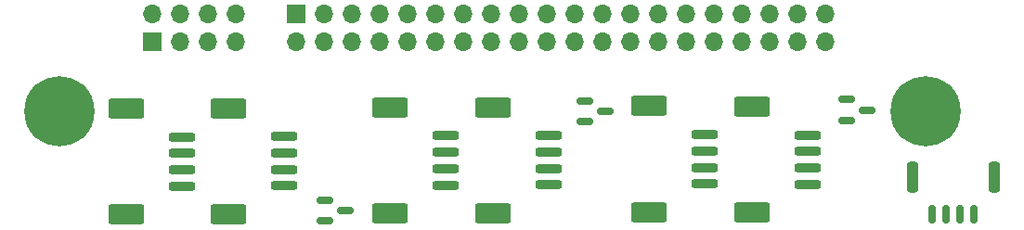
<source format=gbr>
%TF.GenerationSoftware,KiCad,Pcbnew,7.0.8*%
%TF.CreationDate,2024-02-06T22:23:07+01:00*%
%TF.ProjectId,HatV3,48617456-332e-46b6-9963-61645f706362,V2*%
%TF.SameCoordinates,Original*%
%TF.FileFunction,Soldermask,Bot*%
%TF.FilePolarity,Negative*%
%FSLAX46Y46*%
G04 Gerber Fmt 4.6, Leading zero omitted, Abs format (unit mm)*
G04 Created by KiCad (PCBNEW 7.0.8) date 2024-02-06 22:23:07*
%MOMM*%
%LPD*%
G01*
G04 APERTURE LIST*
G04 Aperture macros list*
%AMRoundRect*
0 Rectangle with rounded corners*
0 $1 Rounding radius*
0 $2 $3 $4 $5 $6 $7 $8 $9 X,Y pos of 4 corners*
0 Add a 4 corners polygon primitive as box body*
4,1,4,$2,$3,$4,$5,$6,$7,$8,$9,$2,$3,0*
0 Add four circle primitives for the rounded corners*
1,1,$1+$1,$2,$3*
1,1,$1+$1,$4,$5*
1,1,$1+$1,$6,$7*
1,1,$1+$1,$8,$9*
0 Add four rect primitives between the rounded corners*
20,1,$1+$1,$2,$3,$4,$5,0*
20,1,$1+$1,$4,$5,$6,$7,0*
20,1,$1+$1,$6,$7,$8,$9,0*
20,1,$1+$1,$8,$9,$2,$3,0*%
G04 Aperture macros list end*
%ADD10R,1.700000X1.700000*%
%ADD11O,1.700000X1.700000*%
%ADD12C,0.800000*%
%ADD13C,6.400000*%
%ADD14RoundRect,0.150000X-0.587500X-0.150000X0.587500X-0.150000X0.587500X0.150000X-0.587500X0.150000X0*%
%ADD15RoundRect,0.200000X-1.000000X0.200000X-1.000000X-0.200000X1.000000X-0.200000X1.000000X0.200000X0*%
%ADD16RoundRect,0.250000X-1.400000X0.650000X-1.400000X-0.650000X1.400000X-0.650000X1.400000X0.650000X0*%
%ADD17RoundRect,0.150000X0.150000X0.700000X-0.150000X0.700000X-0.150000X-0.700000X0.150000X-0.700000X0*%
%ADD18RoundRect,0.250000X0.250000X1.150000X-0.250000X1.150000X-0.250000X-1.150000X0.250000X-1.150000X0*%
G04 APERTURE END LIST*
D10*
%TO.C,J5*%
X126970438Y-95045962D03*
D11*
X126970438Y-97585962D03*
X129510438Y-95045962D03*
X129510438Y-97585962D03*
X132050438Y-95045962D03*
X132050438Y-97585962D03*
X134590438Y-95045962D03*
X134590438Y-97585962D03*
X137130438Y-95045962D03*
X137130438Y-97585962D03*
X139670438Y-95045962D03*
X139670438Y-97585962D03*
X142210438Y-95045962D03*
X142210438Y-97585962D03*
X144750438Y-95045962D03*
X144750438Y-97585962D03*
X147290438Y-95045962D03*
X147290438Y-97585962D03*
X149830438Y-95045962D03*
X149830438Y-97585962D03*
X152370438Y-95045962D03*
X152370438Y-97585962D03*
X154910438Y-95045962D03*
X154910438Y-97585962D03*
X157450438Y-95045962D03*
X157450438Y-97585962D03*
X159990438Y-95045962D03*
X159990438Y-97585962D03*
X162530438Y-95045962D03*
X162530438Y-97585962D03*
X165070438Y-95045962D03*
X165070438Y-97585962D03*
X167610438Y-95045962D03*
X167610438Y-97585962D03*
X170150438Y-95045962D03*
X170150438Y-97585962D03*
X172690438Y-95045962D03*
X172690438Y-97585962D03*
X175230438Y-95045962D03*
X175230438Y-97585962D03*
%TD*%
D12*
%TO.C,H1*%
X102980438Y-103923800D03*
X103683382Y-102226744D03*
X103683382Y-105620856D03*
X105380438Y-101523800D03*
D13*
X105380438Y-103923800D03*
D12*
X105380438Y-106323800D03*
X107077494Y-102226744D03*
X107077494Y-105620856D03*
X107780438Y-103923800D03*
%TD*%
%TO.C,H2*%
X181979438Y-103935962D03*
X182682382Y-102238906D03*
X182682382Y-105633018D03*
X184379438Y-101535962D03*
D13*
X184379438Y-103935962D03*
D12*
X184379438Y-106335962D03*
X186076494Y-102238906D03*
X186076494Y-105633018D03*
X186779438Y-103935962D03*
%TD*%
D14*
%TO.C,U8*%
X177134178Y-104735178D03*
X177134178Y-102835178D03*
X179009178Y-103785178D03*
%TD*%
D15*
%TO.C,J8*%
X164177978Y-106041578D03*
X164177978Y-107541578D03*
X164177978Y-109041578D03*
X164177978Y-110541578D03*
D16*
X159127978Y-103441578D03*
X159127978Y-113141578D03*
%TD*%
D15*
%TO.C,J4*%
X149976400Y-106131800D03*
X149976400Y-107631800D03*
X149976400Y-109131800D03*
X149976400Y-110631800D03*
D16*
X144926400Y-103531800D03*
X144926400Y-113231800D03*
%TD*%
D15*
%TO.C,J3*%
X140567422Y-106146222D03*
X140567422Y-107646222D03*
X140567422Y-109146222D03*
X140567422Y-110646222D03*
D16*
X135517422Y-103546222D03*
X135517422Y-113246222D03*
%TD*%
D10*
%TO.C,J6*%
X113818238Y-97585962D03*
D11*
X113818238Y-95045962D03*
X116358238Y-97585962D03*
X116358238Y-95045962D03*
X118898238Y-97585962D03*
X118898238Y-95045962D03*
X121438238Y-97585962D03*
X121438238Y-95045962D03*
%TD*%
D17*
%TO.C,J7*%
X188747400Y-113272400D03*
X187497400Y-113272400D03*
X186247400Y-113272400D03*
X184997400Y-113272400D03*
D18*
X190597400Y-109922400D03*
X183147400Y-109922400D03*
%TD*%
D14*
%TO.C,U4*%
X153314400Y-104846200D03*
X153314400Y-102946200D03*
X155189400Y-103896200D03*
%TD*%
D15*
%TO.C,J9*%
X173594578Y-106081378D03*
X173594578Y-107581378D03*
X173594578Y-109081378D03*
X173594578Y-110581378D03*
D16*
X168544578Y-103481378D03*
X168544578Y-113181378D03*
%TD*%
D14*
%TO.C,U2*%
X129579822Y-113903022D03*
X129579822Y-112003022D03*
X131454822Y-112953022D03*
%TD*%
D15*
%TO.C,J2*%
X125852822Y-106222422D03*
X125852822Y-107722422D03*
X125852822Y-109222422D03*
X125852822Y-110722422D03*
D16*
X120802822Y-103622422D03*
X120802822Y-113322422D03*
%TD*%
D15*
%TO.C,J1*%
X116547022Y-106246822D03*
X116547022Y-107746822D03*
X116547022Y-109246822D03*
X116547022Y-110746822D03*
D16*
X111497022Y-103646822D03*
X111497022Y-113346822D03*
%TD*%
M02*

</source>
